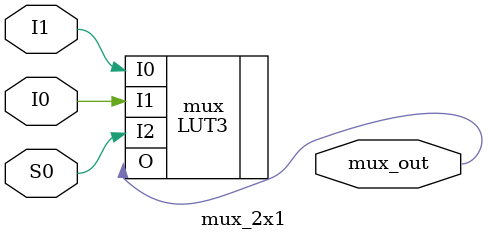
<source format=v>
/*
+------------------------------------------------------+
|Coded by: circuitfever.com                            |
|License: MIT License                                  |
|Description: MUX implemented in FPGA's LUT.           |
+------------------------------------------------------+
*/
module mux_2x1(
    input I0,
    input I1,
    input S0,
    output mux_out
    );

LUT3 #(
    .INIT(8'hAC)
) mux(
    .O(mux_out),
    .I0(I1),
    .I1(I0),
    .I2(S0)
    );

endmodule
</source>
